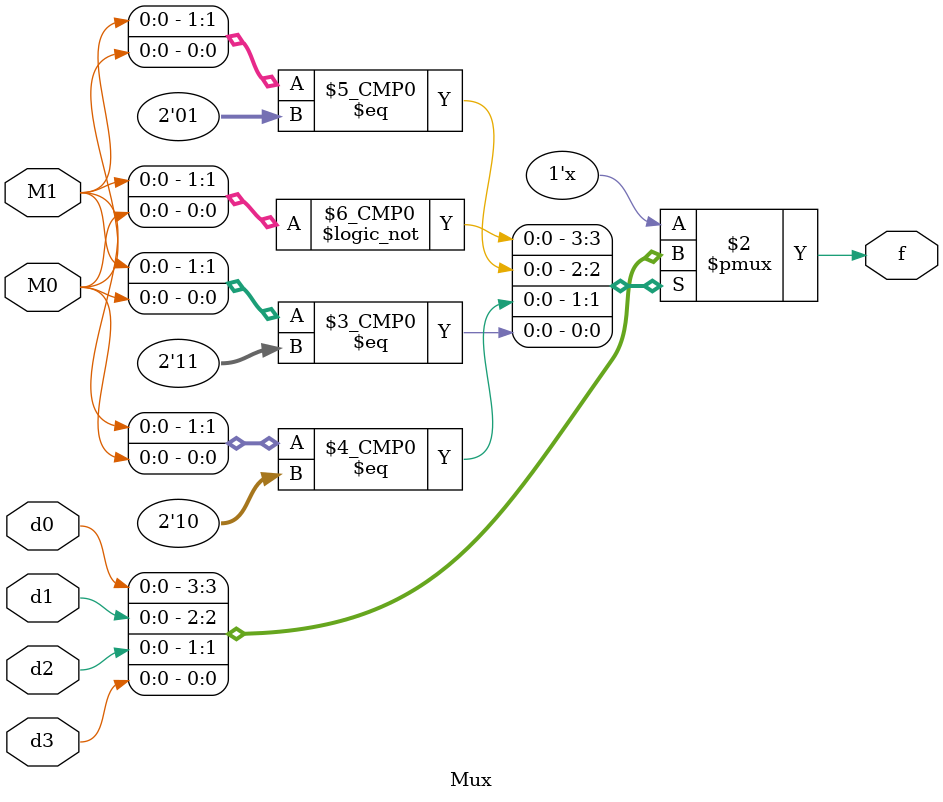
<source format=v>
module Mux(d0, d1, d2, d3, M0, M1, f);
  input d0, d1, d2, d3, M0, M1;
  output reg f;

  always @ (d0, d1, d2, d3, M0, M1) begin
    case ({M1, M0})
      2'b00: f = d0;
      2'b01: f = d1;
      2'b10: f = d2;
      2'b11: f = d3;
endcase
end
endmodule

</source>
